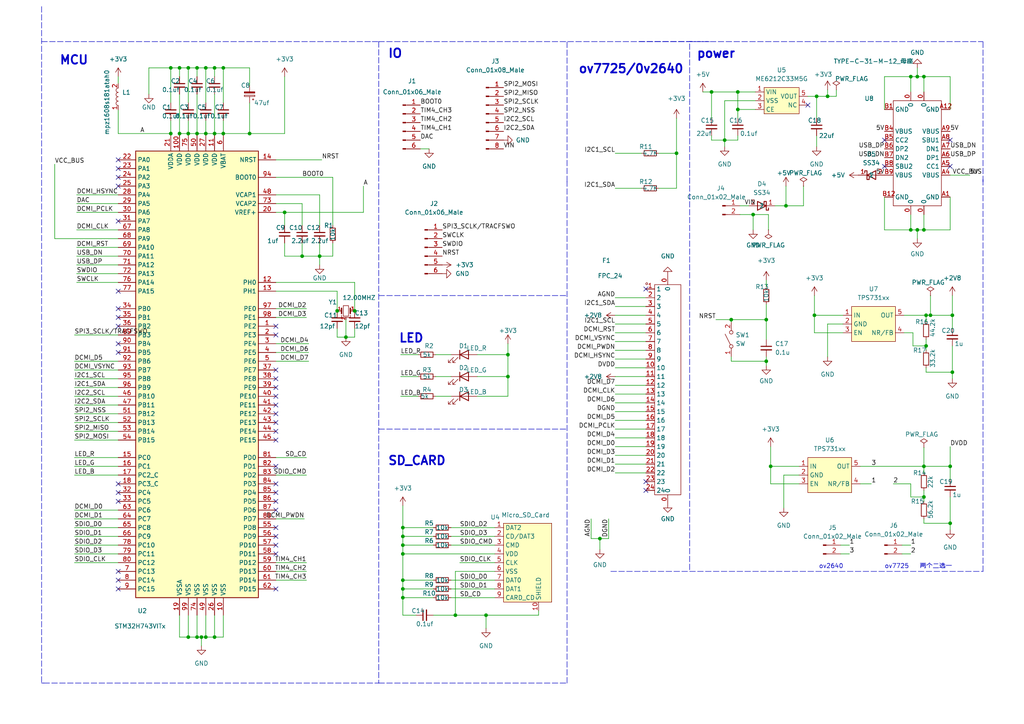
<source format=kicad_sch>
(kicad_sch (version 20210621) (generator eeschema)
  (paper "A4")
  (title_block (title "openmv4") (date "2021-08-04"))
  (junction (at 49.53 19.685) (diameter 0.9144))
  (junction (at 49.53 38.735) (diameter 0.9144))
  (junction (at 52.07 19.685) (diameter 0.9144))
  (junction (at 52.07 38.735))
  (junction (at 54.61 19.685) (diameter 0.9144))
  (junction (at 54.61 38.735))
  (junction (at 54.61 184.785) (diameter 0.9144))
  (junction (at 57.15 19.685) (diameter 0.9144))
  (junction (at 57.15 38.735) (diameter 0.9144))
  (junction (at 57.15 184.785) (diameter 0.9144))
  (junction (at 58.42 184.785) (diameter 0.9144))
  (junction (at 59.69 19.685) (diameter 0.9144))
  (junction (at 59.69 38.735) (diameter 0.9144))
  (junction (at 59.69 184.785) (diameter 0.9144))
  (junction (at 62.23 19.685) (diameter 0.9144))
  (junction (at 62.23 38.735) (diameter 0.9144))
  (junction (at 62.23 184.785) (diameter 0.9144))
  (junction (at 64.77 19.685) (diameter 0.9144))
  (junction (at 64.77 38.735) (diameter 0.9144))
  (junction (at 72.39 38.735) (diameter 0.9144))
  (junction (at 82.55 61.595) (diameter 0.9144))
  (junction (at 87.63 74.295) (diameter 0.9144))
  (junction (at 92.71 74.295) (diameter 0.9144))
  (junction (at 97.79 90.17) (diameter 0.9144))
  (junction (at 100.33 97.79) (diameter 0.9144))
  (junction (at 102.87 90.17) (diameter 0.9144))
  (junction (at 116.84 153.035))
  (junction (at 116.84 155.575))
  (junction (at 116.84 158.115))
  (junction (at 116.84 160.655))
  (junction (at 116.84 168.275))
  (junction (at 116.84 170.815))
  (junction (at 116.84 173.355))
  (junction (at 132.08 178.435))
  (junction (at 140.97 178.435))
  (junction (at 147.32 102.87) (diameter 0.9144))
  (junction (at 147.32 109.22) (diameter 0.9144))
  (junction (at 173.99 156.21))
  (junction (at 196.215 44.45))
  (junction (at 206.375 26.67) (diameter 0.9144))
  (junction (at 210.185 40.64) (diameter 0.9144))
  (junction (at 212.09 92.71))
  (junction (at 213.995 26.67) (diameter 0.9144))
  (junction (at 213.995 31.75) (diameter 0.9144))
  (junction (at 218.44 62.23))
  (junction (at 222.25 92.71))
  (junction (at 222.25 104.775))
  (junction (at 223.52 135.255))
  (junction (at 227.965 59.69))
  (junction (at 236.22 91.44))
  (junction (at 236.855 27.94) (diameter 0.9144))
  (junction (at 240.03 27.94))
  (junction (at 264.16 22.225))
  (junction (at 264.16 66.675))
  (junction (at 266.065 22.225))
  (junction (at 266.065 66.675))
  (junction (at 267.97 22.225))
  (junction (at 267.97 66.675))
  (junction (at 267.97 135.255))
  (junction (at 267.97 144.145))
  (junction (at 268.605 91.44))
  (junction (at 268.605 100.33))
  (junction (at 269.875 91.44))
  (junction (at 275.59 135.255))
  (junction (at 275.59 151.765))
  (junction (at 276.225 91.44))
  (junction (at 276.225 107.95))
  (no_connect (at 34.29 46.355))
  (no_connect (at 34.29 48.895))
  (no_connect (at 34.29 51.435))
  (no_connect (at 34.29 53.975))
  (no_connect (at 34.29 64.135))
  (no_connect (at 34.29 84.455))
  (no_connect (at 34.29 89.535))
  (no_connect (at 34.29 92.075))
  (no_connect (at 34.29 94.615))
  (no_connect (at 34.29 99.695))
  (no_connect (at 34.29 102.235))
  (no_connect (at 34.29 140.335))
  (no_connect (at 34.29 142.875))
  (no_connect (at 34.29 145.415))
  (no_connect (at 34.29 165.735))
  (no_connect (at 34.29 168.275))
  (no_connect (at 34.29 170.815))
  (no_connect (at 80.01 94.615))
  (no_connect (at 80.01 97.155))
  (no_connect (at 80.01 107.315))
  (no_connect (at 80.01 109.855))
  (no_connect (at 80.01 112.395))
  (no_connect (at 80.01 114.935))
  (no_connect (at 80.01 117.475))
  (no_connect (at 80.01 120.015))
  (no_connect (at 80.01 122.555))
  (no_connect (at 80.01 125.095))
  (no_connect (at 80.01 127.635))
  (no_connect (at 80.01 135.255))
  (no_connect (at 80.01 140.335))
  (no_connect (at 80.01 142.875))
  (no_connect (at 80.01 145.415))
  (no_connect (at 80.01 147.955))
  (no_connect (at 80.01 153.035))
  (no_connect (at 80.01 155.575))
  (no_connect (at 80.01 158.115))
  (no_connect (at 80.01 160.655))
  (no_connect (at 80.01 170.815))
  (no_connect (at 187.325 83.82))
  (no_connect (at 187.325 139.7))
  (no_connect (at 187.325 142.24))
  (no_connect (at 234.315 30.48))
  (no_connect (at 256.54 40.64))
  (no_connect (at 256.54 48.26))
  (no_connect (at 275.59 40.64))
  (no_connect (at 275.59 48.26))
  (wire (pts (xy 15.875 47.625) (xy 15.875 69.215)))
  (wire (pts (xy 21.59 97.155) (xy 34.29 97.155)))
  (wire (pts (xy 21.59 104.775) (xy 34.29 104.775)))
  (wire (pts (xy 21.59 107.315) (xy 34.29 107.315)))
  (wire (pts (xy 21.59 109.855) (xy 34.29 109.855)))
  (wire (pts (xy 21.59 112.395) (xy 34.29 112.395)))
  (wire (pts (xy 21.59 114.935) (xy 34.29 114.935)))
  (wire (pts (xy 21.59 117.475) (xy 34.29 117.475)))
  (wire (pts (xy 21.59 120.015) (xy 34.29 120.015)))
  (wire (pts (xy 21.59 122.555) (xy 34.29 122.555)))
  (wire (pts (xy 21.59 125.095) (xy 34.29 125.095)))
  (wire (pts (xy 21.59 127.635) (xy 34.29 127.635)))
  (wire (pts (xy 21.59 132.715) (xy 34.29 132.715)))
  (wire (pts (xy 21.59 135.255) (xy 34.29 135.255)))
  (wire (pts (xy 21.59 137.795) (xy 34.29 137.795)))
  (wire (pts (xy 21.59 147.955) (xy 34.29 147.955)))
  (wire (pts (xy 21.59 150.495) (xy 34.29 150.495)))
  (wire (pts (xy 21.59 153.035) (xy 34.29 153.035)))
  (wire (pts (xy 21.59 160.655) (xy 34.29 160.655)))
  (wire (pts (xy 21.59 163.195) (xy 34.29 163.195)))
  (wire (pts (xy 22.225 56.515) (xy 34.29 56.515)))
  (wire (pts (xy 22.225 59.055) (xy 34.29 59.055)))
  (wire (pts (xy 22.225 61.595) (xy 34.29 61.595)))
  (wire (pts (xy 22.225 66.675) (xy 34.29 66.675)))
  (wire (pts (xy 22.225 71.755) (xy 34.29 71.755)))
  (wire (pts (xy 22.225 74.295) (xy 34.29 74.295)))
  (wire (pts (xy 22.225 76.835) (xy 34.29 76.835)))
  (wire (pts (xy 22.225 79.375) (xy 34.29 79.375)))
  (wire (pts (xy 22.225 81.915) (xy 34.29 81.915)))
  (wire (pts (xy 34.29 22.225) (xy 34.29 24.257)))
  (wire (pts (xy 34.29 31.877) (xy 34.29 38.735)))
  (wire (pts (xy 34.29 38.735) (xy 49.53 38.735)))
  (wire (pts (xy 34.29 69.215) (xy 15.875 69.215)))
  (wire (pts (xy 34.29 155.575) (xy 21.59 155.575)))
  (wire (pts (xy 34.29 158.115) (xy 21.59 158.115)))
  (wire (pts (xy 43.18 19.685) (xy 43.18 27.305)))
  (wire (pts (xy 43.18 19.685) (xy 49.53 19.685)))
  (wire (pts (xy 49.53 19.685) (xy 49.53 29.845)))
  (wire (pts (xy 49.53 19.685) (xy 52.07 19.685)))
  (wire (pts (xy 49.53 34.925) (xy 49.53 38.735)))
  (wire (pts (xy 52.07 19.685) (xy 52.07 22.225)))
  (wire (pts (xy 52.07 19.685) (xy 54.61 19.685)))
  (wire (pts (xy 52.07 27.305) (xy 52.07 38.735)))
  (wire (pts (xy 52.07 38.735) (xy 54.61 38.735)))
  (wire (pts (xy 52.07 178.435) (xy 52.07 184.785)))
  (wire (pts (xy 52.07 184.785) (xy 54.61 184.785)))
  (wire (pts (xy 54.61 19.685) (xy 54.61 29.845)))
  (wire (pts (xy 54.61 19.685) (xy 57.15 19.685)))
  (wire (pts (xy 54.61 34.925) (xy 54.61 38.735)))
  (wire (pts (xy 54.61 178.435) (xy 54.61 184.785)))
  (wire (pts (xy 54.61 184.785) (xy 57.15 184.785)))
  (wire (pts (xy 57.15 19.685) (xy 57.15 22.225)))
  (wire (pts (xy 57.15 19.685) (xy 59.69 19.685)))
  (wire (pts (xy 57.15 27.305) (xy 57.15 38.735)))
  (wire (pts (xy 57.15 38.735) (xy 54.61 38.735)))
  (wire (pts (xy 57.15 178.435) (xy 57.15 184.785)))
  (wire (pts (xy 57.15 184.785) (xy 58.42 184.785)))
  (wire (pts (xy 58.42 184.785) (xy 58.42 187.325)))
  (wire (pts (xy 58.42 184.785) (xy 59.69 184.785)))
  (wire (pts (xy 59.69 19.685) (xy 59.69 29.845)))
  (wire (pts (xy 59.69 19.685) (xy 62.23 19.685)))
  (wire (pts (xy 59.69 34.925) (xy 59.69 38.735)))
  (wire (pts (xy 59.69 38.735) (xy 57.15 38.735)))
  (wire (pts (xy 59.69 178.435) (xy 59.69 184.785)))
  (wire (pts (xy 59.69 184.785) (xy 62.23 184.785)))
  (wire (pts (xy 62.23 19.685) (xy 62.23 22.225)))
  (wire (pts (xy 62.23 19.685) (xy 64.77 19.685)))
  (wire (pts (xy 62.23 27.305) (xy 62.23 38.735)))
  (wire (pts (xy 62.23 38.735) (xy 59.69 38.735)))
  (wire (pts (xy 62.23 178.435) (xy 62.23 184.785)))
  (wire (pts (xy 62.23 184.785) (xy 64.77 184.785)))
  (wire (pts (xy 64.77 19.685) (xy 72.39 19.685)))
  (wire (pts (xy 64.77 29.845) (xy 64.77 19.685)))
  (wire (pts (xy 64.77 34.925) (xy 64.77 38.735)))
  (wire (pts (xy 64.77 38.735) (xy 62.23 38.735)))
  (wire (pts (xy 64.77 38.735) (xy 72.39 38.735)))
  (wire (pts (xy 64.77 184.785) (xy 64.77 178.435)))
  (wire (pts (xy 72.39 19.685) (xy 72.39 24.765)))
  (wire (pts (xy 72.39 29.845) (xy 72.39 38.735)))
  (wire (pts (xy 72.39 38.735) (xy 82.55 38.735)))
  (wire (pts (xy 80.01 46.355) (xy 93.345 46.355)))
  (wire (pts (xy 80.01 51.435) (xy 96.52 51.435)))
  (wire (pts (xy 80.01 56.515) (xy 92.71 56.515)))
  (wire (pts (xy 80.01 59.055) (xy 87.63 59.055)))
  (wire (pts (xy 80.01 61.595) (xy 82.55 61.595)))
  (wire (pts (xy 80.01 81.915) (xy 102.87 81.915)))
  (wire (pts (xy 80.01 84.455) (xy 97.79 84.455)))
  (wire (pts (xy 80.01 89.535) (xy 88.9 89.535)))
  (wire (pts (xy 80.01 92.075) (xy 88.9 92.075)))
  (wire (pts (xy 80.01 99.695) (xy 89.535 99.695)))
  (wire (pts (xy 80.01 102.235) (xy 89.535 102.235)))
  (wire (pts (xy 80.01 104.775) (xy 89.535 104.775)))
  (wire (pts (xy 80.01 132.715) (xy 88.9 132.715)))
  (wire (pts (xy 80.01 137.795) (xy 88.9 137.795)))
  (wire (pts (xy 80.01 150.495) (xy 88.265 150.495)))
  (wire (pts (xy 80.01 163.195) (xy 88.9 163.195)))
  (wire (pts (xy 80.01 165.735) (xy 88.9 165.735)))
  (wire (pts (xy 80.01 168.275) (xy 88.9 168.275)))
  (wire (pts (xy 82.55 22.225) (xy 82.55 38.735)))
  (wire (pts (xy 82.55 61.595) (xy 82.55 65.405)))
  (wire (pts (xy 82.55 61.595) (xy 105.41 61.595)))
  (wire (pts (xy 82.55 70.485) (xy 82.55 74.295)))
  (wire (pts (xy 82.55 74.295) (xy 87.63 74.295)))
  (wire (pts (xy 87.63 59.055) (xy 87.63 65.405)))
  (wire (pts (xy 87.63 70.485) (xy 87.63 74.295)))
  (wire (pts (xy 87.63 74.295) (xy 92.71 74.295)))
  (wire (pts (xy 92.71 56.515) (xy 92.71 65.405)))
  (wire (pts (xy 92.71 70.485) (xy 92.71 74.295)))
  (wire (pts (xy 92.71 74.295) (xy 92.71 76.835)))
  (wire (pts (xy 96.52 51.435) (xy 96.52 65.405)))
  (wire (pts (xy 96.52 70.485) (xy 96.52 74.295)))
  (wire (pts (xy 96.52 74.295) (xy 92.71 74.295)))
  (wire (pts (xy 97.79 84.455) (xy 97.79 90.17)))
  (wire (pts (xy 97.79 97.79) (xy 97.79 95.25)))
  (wire (pts (xy 100.33 92.71) (xy 100.33 97.79)))
  (wire (pts (xy 100.33 97.79) (xy 97.79 97.79)))
  (wire (pts (xy 100.33 97.79) (xy 102.87 97.79)))
  (wire (pts (xy 102.87 81.915) (xy 102.87 90.17)))
  (wire (pts (xy 102.87 97.79) (xy 102.87 95.25)))
  (wire (pts (xy 105.41 61.595) (xy 105.41 53.975)))
  (wire (pts (xy 116.205 102.87) (xy 121.285 102.87)))
  (wire (pts (xy 116.205 109.22) (xy 121.285 109.22)))
  (wire (pts (xy 116.84 146.685) (xy 116.84 153.035)))
  (wire (pts (xy 116.84 153.035) (xy 116.84 155.575)))
  (wire (pts (xy 116.84 153.035) (xy 125.73 153.035)))
  (wire (pts (xy 116.84 155.575) (xy 116.84 158.115)))
  (wire (pts (xy 116.84 155.575) (xy 125.73 155.575)))
  (wire (pts (xy 116.84 158.115) (xy 116.84 160.655)))
  (wire (pts (xy 116.84 158.115) (xy 125.73 158.115)))
  (wire (pts (xy 116.84 168.275) (xy 116.84 160.655)))
  (wire (pts (xy 116.84 170.815) (xy 116.84 168.275)))
  (wire (pts (xy 116.84 170.815) (xy 116.84 173.355)))
  (wire (pts (xy 116.84 173.355) (xy 116.84 178.435)))
  (wire (pts (xy 116.84 178.435) (xy 120.65 178.435)))
  (wire (pts (xy 121.285 114.935) (xy 116.205 114.935)))
  (wire (pts (xy 121.92 43.18) (xy 124.46 43.18)))
  (wire (pts (xy 125.73 168.275) (xy 116.84 168.275)))
  (wire (pts (xy 125.73 170.815) (xy 116.84 170.815)))
  (wire (pts (xy 125.73 173.355) (xy 116.84 173.355)))
  (wire (pts (xy 125.73 178.435) (xy 132.08 178.435)))
  (wire (pts (xy 126.365 102.87) (xy 130.81 102.87)))
  (wire (pts (xy 126.365 109.22) (xy 130.81 109.22)))
  (wire (pts (xy 126.365 114.935) (xy 130.81 114.935)))
  (wire (pts (xy 130.81 153.035) (xy 143.51 153.035)))
  (wire (pts (xy 130.81 155.575) (xy 143.51 155.575)))
  (wire (pts (xy 130.81 158.115) (xy 143.51 158.115)))
  (wire (pts (xy 132.08 165.735) (xy 132.08 178.435)))
  (wire (pts (xy 132.08 178.435) (xy 140.97 178.435)))
  (wire (pts (xy 133.35 163.195) (xy 143.51 163.195)))
  (wire (pts (xy 138.43 102.87) (xy 147.32 102.87)))
  (wire (pts (xy 138.43 109.22) (xy 147.32 109.22)))
  (wire (pts (xy 138.43 114.935) (xy 147.32 114.935)))
  (wire (pts (xy 140.97 178.435) (xy 140.97 182.245)))
  (wire (pts (xy 140.97 178.435) (xy 156.21 178.435)))
  (wire (pts (xy 143.51 160.655) (xy 116.84 160.655)))
  (wire (pts (xy 143.51 165.735) (xy 132.08 165.735)))
  (wire (pts (xy 143.51 168.275) (xy 130.81 168.275)))
  (wire (pts (xy 143.51 170.815) (xy 130.81 170.815)))
  (wire (pts (xy 143.51 173.355) (xy 130.81 173.355)))
  (wire (pts (xy 147.32 99.695) (xy 147.32 102.87)))
  (wire (pts (xy 147.32 102.87) (xy 147.32 109.22)))
  (wire (pts (xy 147.32 109.22) (xy 147.32 114.935)))
  (wire (pts (xy 156.21 177.165) (xy 156.21 178.435)))
  (wire (pts (xy 171.45 150.495) (xy 171.45 156.21)))
  (wire (pts (xy 171.45 156.21) (xy 173.99 156.21)))
  (wire (pts (xy 173.99 156.21) (xy 173.99 159.385)))
  (wire (pts (xy 176.53 150.495) (xy 176.53 156.21)))
  (wire (pts (xy 176.53 156.21) (xy 173.99 156.21)))
  (wire (pts (xy 178.435 44.45) (xy 186.055 44.45)))
  (wire (pts (xy 178.435 54.61) (xy 186.055 54.61)))
  (wire (pts (xy 178.435 86.36) (xy 187.325 86.36)))
  (wire (pts (xy 178.435 88.9) (xy 187.325 88.9)))
  (wire (pts (xy 178.435 91.44) (xy 187.325 91.44)))
  (wire (pts (xy 178.435 93.98) (xy 187.325 93.98)))
  (wire (pts (xy 178.435 96.52) (xy 187.325 96.52)))
  (wire (pts (xy 178.435 99.06) (xy 187.325 99.06)))
  (wire (pts (xy 178.435 101.6) (xy 187.325 101.6)))
  (wire (pts (xy 178.435 104.14) (xy 187.325 104.14)))
  (wire (pts (xy 178.435 106.68) (xy 187.325 106.68)))
  (wire (pts (xy 178.435 109.22) (xy 187.325 109.22)))
  (wire (pts (xy 178.435 111.76) (xy 187.325 111.76)))
  (wire (pts (xy 178.435 114.3) (xy 187.325 114.3)))
  (wire (pts (xy 178.435 116.84) (xy 187.325 116.84)))
  (wire (pts (xy 178.435 119.38) (xy 187.325 119.38)))
  (wire (pts (xy 178.435 121.92) (xy 187.325 121.92)))
  (wire (pts (xy 178.435 124.46) (xy 187.325 124.46)))
  (wire (pts (xy 178.435 127) (xy 187.325 127)))
  (wire (pts (xy 178.435 132.08) (xy 187.325 132.08)))
  (wire (pts (xy 178.435 134.62) (xy 187.325 134.62)))
  (wire (pts (xy 178.435 137.16) (xy 187.325 137.16)))
  (wire (pts (xy 187.325 129.54) (xy 178.435 129.54)))
  (wire (pts (xy 191.135 44.45) (xy 196.215 44.45)))
  (wire (pts (xy 191.135 54.61) (xy 196.215 54.61)))
  (wire (pts (xy 196.215 34.29) (xy 196.215 44.45)))
  (wire (pts (xy 196.215 44.45) (xy 196.215 54.61)))
  (wire (pts (xy 203.835 26.67) (xy 206.375 26.67)))
  (wire (pts (xy 206.375 26.67) (xy 213.995 26.67)))
  (wire (pts (xy 206.375 34.29) (xy 206.375 26.67)))
  (wire (pts (xy 206.375 39.37) (xy 206.375 40.64)))
  (wire (pts (xy 206.375 40.64) (xy 210.185 40.64)))
  (wire (pts (xy 207.645 92.71) (xy 212.09 92.71)))
  (wire (pts (xy 210.185 29.21) (xy 210.185 40.64)))
  (wire (pts (xy 210.185 40.64) (xy 210.185 42.545)))
  (wire (pts (xy 212.09 92.71) (xy 222.25 92.71)))
  (wire (pts (xy 212.09 93.345) (xy 212.09 92.71)))
  (wire (pts (xy 212.09 104.775) (xy 212.09 103.505)))
  (wire (pts (xy 213.995 26.67) (xy 219.075 26.67)))
  (wire (pts (xy 213.995 31.75) (xy 213.995 26.67)))
  (wire (pts (xy 213.995 31.75) (xy 213.995 34.29)))
  (wire (pts (xy 213.995 39.37) (xy 213.995 40.64)))
  (wire (pts (xy 213.995 40.64) (xy 210.185 40.64)))
  (wire (pts (xy 214.63 59.69) (xy 217.17 59.69)))
  (wire (pts (xy 214.63 62.23) (xy 218.44 62.23)))
  (wire (pts (xy 218.44 62.23) (xy 218.44 66.675)))
  (wire (pts (xy 218.44 62.23) (xy 222.885 62.23)))
  (wire (pts (xy 219.075 29.21) (xy 210.185 29.21)))
  (wire (pts (xy 219.075 31.75) (xy 213.995 31.75)))
  (wire (pts (xy 222.25 81.28) (xy 222.25 83.185)))
  (wire (pts (xy 222.25 88.265) (xy 222.25 92.71)))
  (wire (pts (xy 222.25 92.71) (xy 222.25 98.425)))
  (wire (pts (xy 222.25 103.505) (xy 222.25 104.775)))
  (wire (pts (xy 222.25 104.775) (xy 212.09 104.775)))
  (wire (pts (xy 222.25 104.775) (xy 222.25 106.045)))
  (wire (pts (xy 222.885 62.23) (xy 222.885 66.675)))
  (wire (pts (xy 223.52 129.54) (xy 223.52 135.255)))
  (wire (pts (xy 223.52 140.335) (xy 223.52 135.255)))
  (wire (pts (xy 224.79 59.69) (xy 227.965 59.69)))
  (wire (pts (xy 227.33 137.795) (xy 227.33 147.32)))
  (wire (pts (xy 227.965 53.975) (xy 227.965 59.69)))
  (wire (pts (xy 231.775 135.255) (xy 223.52 135.255)))
  (wire (pts (xy 231.775 137.795) (xy 227.33 137.795)))
  (wire (pts (xy 231.775 140.335) (xy 223.52 140.335)))
  (wire (pts (xy 233.045 53.975) (xy 233.045 59.69)))
  (wire (pts (xy 233.045 59.69) (xy 227.965 59.69)))
  (wire (pts (xy 234.315 27.94) (xy 236.855 27.94)))
  (wire (pts (xy 236.22 85.725) (xy 236.22 91.44)))
  (wire (pts (xy 236.22 96.52) (xy 236.22 91.44)))
  (wire (pts (xy 236.855 27.94) (xy 236.855 34.29)))
  (wire (pts (xy 236.855 27.94) (xy 240.03 27.94)))
  (wire (pts (xy 236.855 39.37) (xy 236.855 42.545)))
  (wire (pts (xy 240.03 26.035) (xy 240.03 27.94)))
  (wire (pts (xy 240.03 27.94) (xy 242.57 27.94)))
  (wire (pts (xy 240.03 93.98) (xy 240.03 103.505)))
  (wire (pts (xy 242.57 26.035) (xy 242.57 27.94)))
  (wire (pts (xy 243.84 158.115) (xy 246.38 158.115)))
  (wire (pts (xy 243.84 160.655) (xy 246.38 160.655)))
  (wire (pts (xy 244.475 91.44) (xy 236.22 91.44)))
  (wire (pts (xy 244.475 93.98) (xy 240.03 93.98)))
  (wire (pts (xy 244.475 96.52) (xy 236.22 96.52)))
  (wire (pts (xy 249.555 135.255) (xy 267.97 135.255)))
  (wire (pts (xy 249.555 140.335) (xy 252.73 140.335)))
  (wire (pts (xy 256.54 22.225) (xy 264.16 22.225)))
  (wire (pts (xy 256.54 31.75) (xy 256.54 22.225)))
  (wire (pts (xy 256.54 57.15) (xy 256.54 66.675)))
  (wire (pts (xy 256.54 66.675) (xy 264.16 66.675)))
  (wire (pts (xy 259.08 140.335) (xy 264.16 140.335)))
  (wire (pts (xy 261.62 158.115) (xy 264.16 158.115)))
  (wire (pts (xy 261.62 160.655) (xy 264.16 160.655)))
  (wire (pts (xy 262.255 91.44) (xy 268.605 91.44)))
  (wire (pts (xy 262.255 96.52) (xy 264.795 96.52)))
  (wire (pts (xy 264.16 22.225) (xy 266.065 22.225)))
  (wire (pts (xy 264.16 26.67) (xy 264.16 22.225)))
  (wire (pts (xy 264.16 62.23) (xy 264.16 66.675)))
  (wire (pts (xy 264.16 66.675) (xy 266.065 66.675)))
  (wire (pts (xy 264.16 140.335) (xy 264.16 144.145)))
  (wire (pts (xy 264.16 144.145) (xy 267.97 144.145)))
  (wire (pts (xy 264.795 96.52) (xy 264.795 100.33)))
  (wire (pts (xy 264.795 100.33) (xy 268.605 100.33)))
  (wire (pts (xy 266.065 22.225) (xy 266.065 19.685)))
  (wire (pts (xy 266.065 66.675) (xy 266.065 69.215)))
  (wire (pts (xy 267.97 22.225) (xy 266.065 22.225)))
  (wire (pts (xy 267.97 26.67) (xy 267.97 22.225)))
  (wire (pts (xy 267.97 62.23) (xy 267.97 66.675)))
  (wire (pts (xy 267.97 66.675) (xy 266.065 66.675)))
  (wire (pts (xy 267.97 129.794) (xy 267.97 135.255)))
  (wire (pts (xy 267.97 135.255) (xy 267.97 137.16)))
  (wire (pts (xy 267.97 135.255) (xy 275.59 135.255)))
  (wire (pts (xy 267.97 142.24) (xy 267.97 144.145)))
  (wire (pts (xy 267.97 144.145) (xy 267.97 145.415)))
  (wire (pts (xy 267.97 150.495) (xy 267.97 151.765)))
  (wire (pts (xy 267.97 151.765) (xy 275.59 151.765)))
  (wire (pts (xy 268.605 91.44) (xy 268.605 93.345)))
  (wire (pts (xy 268.605 91.44) (xy 269.875 91.44)))
  (wire (pts (xy 268.605 98.425) (xy 268.605 100.33)))
  (wire (pts (xy 268.605 100.33) (xy 268.605 101.6)))
  (wire (pts (xy 268.605 106.68) (xy 268.605 107.95)))
  (wire (pts (xy 268.605 107.95) (xy 276.225 107.95)))
  (wire (pts (xy 269.875 85.725) (xy 269.875 91.44)))
  (wire (pts (xy 269.875 91.44) (xy 276.225 91.44)))
  (wire (pts (xy 275.59 22.225) (xy 267.97 22.225)))
  (wire (pts (xy 275.59 31.75) (xy 275.59 22.225)))
  (wire (pts (xy 275.59 57.15) (xy 275.59 66.675)))
  (wire (pts (xy 275.59 66.675) (xy 267.97 66.675)))
  (wire (pts (xy 275.59 129.54) (xy 275.59 135.255)))
  (wire (pts (xy 275.59 139.065) (xy 275.59 135.255)))
  (wire (pts (xy 275.59 151.765) (xy 275.59 144.145)))
  (wire (pts (xy 275.59 151.765) (xy 275.59 153.67)))
  (wire (pts (xy 276.225 85.725) (xy 276.225 91.44)))
  (wire (pts (xy 276.225 95.25) (xy 276.225 91.44)))
  (wire (pts (xy 276.225 107.95) (xy 276.225 100.33)))
  (wire (pts (xy 276.225 107.95) (xy 276.225 109.855)))
  (wire (pts (xy 281.305 50.8) (xy 275.59 50.8)))
  (polyline (pts (xy 12.065 1.905) (xy 12.065 198.12)) (stroke (width 0) (type dash)))
  (polyline (pts (xy 12.065 12.065) (xy 107.95 12.065)) (stroke (width 0) (type dash)))
  (polyline (pts (xy 12.065 198.12) (xy 12.7 198.12)) (stroke (width 0) (type dash)))
  (polyline (pts (xy 12.7 198.12) (xy 109.855 198.12)) (stroke (width 0) (type dash)))
  (polyline (pts (xy 107.95 12.065) (xy 109.855 12.065)) (stroke (width 0) (type dash)))
  (polyline (pts (xy 109.855 12.065) (xy 109.855 198.12)) (stroke (width 0) (type dash)))
  (polyline (pts (xy 109.855 85.725) (xy 164.465 85.725)) (stroke (width 0) (type dash)))
  (polyline (pts (xy 109.855 124.46) (xy 164.465 124.46)) (stroke (width 0) (type dash)))
  (polyline (pts (xy 109.855 198.12) (xy 164.465 198.12)) (stroke (width 0) (type dash)))
  (polyline (pts (xy 164.465 52.705) (xy 164.465 12.065)) (stroke (width 0) (type dash)))
  (polyline (pts (xy 164.465 198.12) (xy 164.465 52.705)) (stroke (width 0) (type dash)))
  (polyline (pts (xy 177.165 165.735) (xy 285.115 165.735)) (stroke (width 0) (type dash)))
  (polyline (pts (xy 185.42 12.065) (xy 285.115 12.065)) (stroke (width 0) (type dash)))
  (polyline (pts (xy 200.025 12.065) (xy 205.74 12.065)) (stroke (width 0) (type dash)))
  (polyline (pts (xy 200.025 12.7) (xy 200.025 165.735)) (stroke (width 0) (type dash)))
  (polyline (pts (xy 200.66 12.065) (xy 109.855 12.065)) (stroke (width 0) (type dash)))
  (polyline (pts (xy 285.115 52.07) (xy 285.115 165.735)) (stroke (width 0) (type dash)))
  (polyline (pts (xy 285.115 52.705) (xy 285.115 12.065)) (stroke (width 0) (type dash)))
  (text "MCU" (at 17.145 19.05 0) (effects (font (size 2.5 2.5) (thickness 0.5) bold) (justify left bottom)))
  (text "IO" (at 112.395 17.145 0) (effects (font (size 2.5 2.5) (thickness 0.5) bold) (justify left bottom)))
  (text "SD_CARD" (at 112.395 135.255 0) (effects (font (size 2.5 2.5) (thickness 0.5) bold) (justify left bottom)))
  (text "LED" (at 115.57 99.695 0) (effects (font (size 2.5 2.5) (thickness 0.5) bold) (justify left bottom)))
  (text "ov7725/0v2640" (at 167.64 21.59 0) (effects (font (size 2.5 2.5) (thickness 0.5) bold) (justify left bottom)))
  (text "power" (at 201.93 17.145 0) (effects (font (size 2.5 2.5) (thickness 0.5) bold) (justify left bottom)))
  (text "ov2640" (at 237.49 165.1 0) (effects (font (size 1.27 1.27)) (justify left bottom)))
  (text "ov7725" (at 256.54 165.1 0) (effects (font (size 1.27 1.27)) (justify left bottom)))
  (text "两个二选一" (at 266.7 165.1 0) (effects (font (size 1.27 1.27)) (justify left bottom)))
  (label "VCC_BUS" (at 15.875 47.625 0))
  (label "SPI3_SCLK{slash}TRACFSWO" (at 21.59 97.155 0))
  (label "DCMI_D5" (at 21.59 104.775 0))
  (label "DCMI_VSYNC" (at 21.59 107.315 0))
  (label "I2C1_SCL" (at 21.59 109.855 0))
  (label "I2C1_SDA" (at 21.59 112.395 0))
  (label "I2C2_SCL" (at 21.59 114.935 0))
  (label "I2C2_SDA" (at 21.59 117.475 0))
  (label "SPI2_NSS" (at 21.59 120.015 0))
  (label "SPI2_SCLK" (at 21.59 122.555 0))
  (label "SPI2_MISO" (at 21.59 125.095 0))
  (label "SPI2_MOSI" (at 21.59 127.635 0))
  (label "LED_R" (at 21.59 132.715 0))
  (label "LED_G" (at 21.59 135.255 0))
  (label "LED_B" (at 21.59 137.795 0))
  (label "DCMI_D0" (at 21.59 147.955 0))
  (label "DCMI_D1" (at 21.59 150.495 0))
  (label "SDIO_D0" (at 21.59 153.035 0))
  (label "SDIO_D1" (at 21.59 155.575 0))
  (label "SDIO_D2" (at 21.59 158.115 0))
  (label "SDIO_D3" (at 21.59 160.655 0))
  (label "SDIO_CLK" (at 21.59 163.195 0))
  (label "DCMI_HSYNC" (at 22.225 56.515 0))
  (label "DAC" (at 22.225 59.055 0))
  (label "DCMI_PCLK" (at 22.225 61.595 0))
  (label "DCMI_CLK" (at 22.225 66.675 0))
  (label "DCMI_RST" (at 22.225 71.755 0))
  (label "USB_DN" (at 22.225 74.295 0))
  (label "USB_DP" (at 22.225 76.835 0))
  (label "SWDIO" (at 22.225 79.375 0))
  (label "SWCLK" (at 22.225 81.915 0))
  (label "A" (at 40.64 38.735 0))
  (label "BOOT0" (at 87.63 51.435 0))
  (label "DCMI_PWDN" (at 88.265 150.495 180))
  (label "DCMI_D2" (at 88.9 89.535 180))
  (label "DCMI_D3" (at 88.9 92.075 180))
  (label "SD_CD" (at 88.9 132.715 180))
  (label "SDIO_CMD" (at 88.9 137.795 180))
  (label "TIM4_CH1" (at 88.9 163.195 180))
  (label "TIM4_CH2" (at 88.9 165.735 180))
  (label "TIM4_CH3" (at 88.9 168.275 180))
  (label "DCMI_D4" (at 89.535 99.695 180))
  (label "DCMI_D6" (at 89.535 102.235 180))
  (label "DCMI_D7" (at 89.535 104.775 180))
  (label "NRST" (at 93.345 46.355 0))
  (label "A" (at 105.41 53.975 0))
  (label "LED_R" (at 116.205 102.87 0))
  (label "LED_G" (at 116.205 109.22 0))
  (label "LED_B" (at 116.205 114.935 0))
  (label "BOOT0" (at 121.92 30.48 0))
  (label "TIM4_CH3" (at 121.92 33.02 0))
  (label "TIM4_CH2" (at 121.92 35.56 0))
  (label "TIM4_CH1" (at 121.92 38.1 0))
  (label "DAC" (at 121.92 40.64 0))
  (label "SPI3_SCLK{slash}TRACFSWO" (at 128.27 66.675 0))
  (label "SWCLK" (at 128.27 69.215 0))
  (label "SWDIO" (at 128.27 71.755 0))
  (label "NRST" (at 128.27 74.295 0))
  (label "SDIO_D2" (at 133.35 153.035 0))
  (label "SDIO_D3" (at 133.35 155.575 0))
  (label "SDIO_CMD" (at 133.35 158.115 0))
  (label "SDIO_CLK" (at 133.35 163.195 0))
  (label "SDIO_D0" (at 133.35 168.275 0))
  (label "SDIO_D1" (at 133.35 170.815 0))
  (label "SD_CD" (at 133.35 173.355 0))
  (label "SPI2_MOSI" (at 146.05 25.4 0))
  (label "SPI2_MISO" (at 146.05 27.94 0))
  (label "SPI2_SCLK" (at 146.05 30.48 0))
  (label "SPI2_NSS" (at 146.05 33.02 0))
  (label "I2C2_SCL" (at 146.05 35.56 0))
  (label "I2C2_SDA" (at 146.05 38.1 0))
  (label "VIN" (at 146.05 43.18 0))
  (label "AGND" (at 171.45 150.495 270))
  (label "DGND" (at 176.53 150.495 270))
  (label "I2C1_SCL" (at 178.435 44.45 180))
  (label "I2C1_SDA" (at 178.435 54.61 180))
  (label "AGND" (at 178.435 86.36 180))
  (label "I2C1_SDA" (at 178.435 88.9 180))
  (label "I2C1_SCL" (at 178.435 93.98 180))
  (label "DCMI_RST" (at 178.435 96.52 180))
  (label "DCMI_VSYNC" (at 178.435 99.06 180))
  (label "DCMI_PWDN" (at 178.435 101.6 180))
  (label "DCMI_HSYNC" (at 178.435 104.14 180))
  (label "DVDD" (at 178.435 106.68 180))
  (label "DCMI_D7" (at 178.435 111.76 180))
  (label "DCMI_CLK" (at 178.435 114.3 180))
  (label "DCMI_D6" (at 178.435 116.84 180))
  (label "DGND" (at 178.435 119.38 180))
  (label "DCMI_D5" (at 178.435 121.92 180))
  (label "DCMI_PCLK" (at 178.435 124.46 180))
  (label "DCMI_D4" (at 178.435 127 180))
  (label "DCMI_D0" (at 178.435 129.54 180))
  (label "DCMI_D3" (at 178.435 132.08 180))
  (label "DCMI_D1" (at 178.435 134.62 180))
  (label "DCMI_D2" (at 178.435 137.16 180))
  (label "NRST" (at 207.645 92.71 180))
  (label "VIN" (at 215.9 59.69 0))
  (label "1" (at 246.38 158.115 0))
  (label "3" (at 246.38 160.655 0))
  (label "3" (at 252.73 135.255 0))
  (label "1" (at 252.73 140.335 0))
  (label "5V" (at 256.54 38.1 180))
  (label "USB_DP" (at 256.54 43.18 180))
  (label "USB_DN" (at 256.54 45.72 180))
  (label "5V" (at 256.54 50.8 180))
  (label "2" (at 259.08 140.335 0))
  (label "1" (at 264.16 158.115 0))
  (label "2" (at 264.16 160.655 0))
  (label "5V" (at 275.59 38.1 0))
  (label "USB_DN" (at 275.59 43.18 0))
  (label "USB_DP" (at 275.59 45.72 0))
  (label "DVDD" (at 275.59 129.54 0))
  (label "VCC_BUS" (at 276.225 50.8 0))
  (label "5V" (at 281.305 50.8 0))
  (symbol (lib_id "power:+3.3V") (at 34.29 22.225 0) (unit 1)
    (property "Reference" "#PWR01" (effects hide))
    (property "Value" "+3.3V" (at 34.29 17.145 0))
  )
  (symbol (lib_id "power:+3.3V") (at 82.55 22.225 0) (unit 1)
    (property "Reference" "#PWR04" (effects hide))
    (property "Value" "+3.3V" (at 82.55 17.145 0))
  )
  (symbol (lib_id "power:+3.3V") (at 116.84 146.685 0) (unit 1)
    (property "Reference" "#PWR07" (effects hide))
    (property "Value" "+3.3V" (at 116.84 141.605 0))
  )
  (symbol (lib_id "power:+3.3V") (at 128.27 76.835 270) (unit 1)
    (property "Reference" "#PWR09" (effects hide))
    (property "Value" "+3.3V" (at 132.08 76.8349 90) (effects (justify left)))
  )
  (symbol (lib_id "power:+3.3V") (at 147.32 99.695 0) (unit 1)
    (property "Reference" "#PWR013" (effects hide))
    (property "Value" "+3.3V" (at 147.32 95.885 0))
  )
  (symbol (lib_id "power:+2V8") (at 178.435 91.44 90) (unit 1)
    (property "Reference" "#PWR014" (effects hide))
    (property "Value" "+2V8" (at 174.625 91.4399 90) (effects (justify left)))
  )
  (symbol (lib_id "power:+2V8") (at 178.435 109.22 90) (unit 1)
    (property "Reference" "#PWR015" (effects hide))
    (property "Value" "+2V8" (at 174.625 109.2199 90) (effects (justify left)))
  )
  (symbol (lib_id "power:+3.3V") (at 196.215 34.29 0) (unit 1)
    (property "Reference" "#PWR019" (effects hide))
    (property "Value" "+3.3V" (at 196.215 28.575 0))
  )
  (symbol (lib_id "power:+5V") (at 203.835 26.67 0) (unit 1)
    (property "Reference" "#PWR020" (effects hide))
    (property "Value" "+5V" (at 203.835 21.59 0))
  )
  (symbol (lib_id "power:+3.3V") (at 222.25 81.28 0) (unit 1)
    (property "Reference" "#PWR022" (effects hide))
    (property "Value" "+3.3V" (at 222.25 75.565 0))
  )
  (symbol (lib_id "power:+3.3V") (at 223.52 129.54 0) (unit 1)
    (property "Reference" "#PWR026" (effects hide))
    (property "Value" "+3.3V" (at 223.52 124.46 0))
  )
  (symbol (lib_id "power:+5V") (at 227.965 53.975 0) (unit 1)
    (property "Reference" "#PWR024" (effects hide))
    (property "Value" "+5V" (at 227.33 50.165 0))
  )
  (symbol (lib_id "power:+3.3V") (at 236.22 85.725 0) (unit 1)
    (property "Reference" "#PWR028" (effects hide))
    (property "Value" "+3.3V" (at 236.22 80.645 0))
  )
  (symbol (lib_id "power:+3.3V") (at 240.03 26.035 0) (unit 1)
    (property "Reference" "#PWR030" (effects hide))
    (property "Value" "+3.3V" (at 238.76 21.59 0))
  )
  (symbol (lib_id "power:+5V") (at 248.92 50.8 90) (unit 1)
    (property "Reference" "#PWR033" (effects hide))
    (property "Value" "+5V" (at 245.11 50.7999 90) (effects (justify left)))
  )
  (symbol (lib_id "power:+2V8") (at 276.225 85.725 0) (unit 1)
    (property "Reference" "#PWR039" (effects hide))
    (property "Value" "+2V8" (at 276.225 80.645 0))
  )
  (symbol (lib_id "power:PWR_FLAG") (at 222.885 66.675 180) (unit 1)
    (property "Reference" "#FLG0103" (effects hide))
    (property "Value" "PWR_FLAG" (at 222.885 71.12 0))
  )
  (symbol (lib_id "power:PWR_FLAG") (at 233.045 53.975 0) (unit 1)
    (property "Reference" "#FLG0101" (effects hide))
    (property "Value" "PWR_FLAG" (at 233.68 50.165 0))
  )
  (symbol (lib_id "power:PWR_FLAG") (at 242.57 26.035 0) (unit 1)
    (property "Reference" "#FLG0102" (effects hide))
    (property "Value" "PWR_FLAG" (at 247.015 22.86 0))
  )
  (symbol (lib_id "power:PWR_FLAG") (at 267.97 129.794 0) (unit 1)
    (property "Reference" "#FLG0105" (effects hide))
    (property "Value" "PWR_FLAG" (at 267.335 125.984 0))
  )
  (symbol (lib_id "power:PWR_FLAG") (at 269.875 85.725 0) (unit 1)
    (property "Reference" "#FLG0104" (effects hide))
    (property "Value" "PWR_FLAG" (at 269.24 81.915 0))
  )
  (symbol (lib_id "power:GND") (at 43.18 27.305 0) (unit 1)
    (property "Reference" "#PWR02" (effects hide))
    (property "Value" "GND" (at 43.18 31.115 0))
  )
  (symbol (lib_id "power:GND") (at 58.42 187.325 0) (unit 1)
    (property "Reference" "#PWR03" (effects hide))
    (property "Value" "GND" (at 58.42 192.405 0))
  )
  (symbol (lib_id "power:GND") (at 92.71 76.835 0) (unit 1)
    (property "Reference" "#PWR05" (effects hide))
    (property "Value" "GND" (at 92.71 80.645 0))
  )
  (symbol (lib_id "power:GND") (at 100.33 97.79 0) (unit 1)
    (property "Reference" "#PWR06" (effects hide))
    (property "Value" "GND" (at 100.33 102.87 0))
  )
  (symbol (lib_id "power:GND") (at 124.46 43.18 0) (unit 1)
    (property "Reference" "#PWR08" (effects hide))
    (property "Value" "GND" (at 124.46 48.26 0))
  )
  (symbol (lib_id "power:GND") (at 128.27 79.375 90) (unit 1)
    (property "Reference" "#PWR010" (effects hide))
    (property "Value" "GND" (at 132.08 79.3749 90) (effects (justify right)))
  )
  (symbol (lib_id "power:GND") (at 140.97 182.245 0) (unit 1)
    (property "Reference" "#PWR011" (effects hide))
    (property "Value" "GND" (at 140.97 187.325 0))
  )
  (symbol (lib_id "power:GND") (at 146.05 40.64 90) (unit 1)
    (property "Reference" "#PWR?" (effects hide))
    (property "Value" "GND" (at 149.606 40.6399 90) (effects (justify right)))
  )
  (symbol (lib_id "power:GND") (at 173.99 159.385 0) (unit 1)
    (property "Reference" "#PWR0101" (effects hide))
    (property "Value" "GND" (at 173.99 163.83 0))
  )
  (symbol (lib_id "power:GND") (at 193.675 80.01 180) (unit 1)
    (property "Reference" "#PWR017" (effects hide))
    (property "Value" "GND" (at 193.675 74.295 0))
  )
  (symbol (lib_id "power:GND") (at 193.675 146.05 0) (unit 1)
    (property "Reference" "#PWR018" (effects hide))
    (property "Value" "GND" (at 193.675 150.495 0))
  )
  (symbol (lib_id "power:GND") (at 210.185 42.545 0) (unit 1)
    (property "Reference" "#PWR021" (effects hide))
    (property "Value" "GND" (at 210.185 47.625 0))
  )
  (symbol (lib_id "power:GND") (at 218.44 66.675 0) (unit 1)
    (property "Reference" "#PWR025" (effects hide))
    (property "Value" "GND" (at 218.44 71.12 0))
  )
  (symbol (lib_id "power:GND") (at 222.25 106.045 0) (unit 1)
    (property "Reference" "#PWR023" (effects hide))
    (property "Value" "GND" (at 222.25 110.49 0))
  )
  (symbol (lib_id "power:GND") (at 227.33 147.32 0) (unit 1)
    (property "Reference" "#PWR027" (effects hide))
    (property "Value" "GND" (at 227.33 152.4 0))
  )
  (symbol (lib_id "power:GND") (at 236.855 42.545 0) (unit 1)
    (property "Reference" "#PWR029" (effects hide))
    (property "Value" "GND" (at 236.855 47.625 0))
  )
  (symbol (lib_id "power:GND") (at 240.03 103.505 0) (unit 1)
    (property "Reference" "#PWR031" (effects hide))
    (property "Value" "GND" (at 240.03 108.585 0))
  )
  (symbol (lib_id "power:GND") (at 266.065 19.685 180) (unit 1)
    (property "Reference" "#PWR034" (effects hide))
    (property "Value" "GND" (at 266.065 15.24 0))
  )
  (symbol (lib_id "power:GND") (at 266.065 69.215 0) (unit 1)
    (property "Reference" "#PWR035" (effects hide))
    (property "Value" "GND" (at 266.065 73.66 0))
  )
  (symbol (lib_id "power:GND") (at 275.59 153.67 0) (unit 1)
    (property "Reference" "#PWR038" (effects hide))
    (property "Value" "GND" (at 275.59 158.75 0))
  )
  (symbol (lib_id "power:GND") (at 276.225 109.855 0) (unit 1)
    (property "Reference" "#PWR040" (effects hide))
    (property "Value" "GND" (at 276.225 114.935 0))
  )
  (symbol (lib_id "My_Library:mpz1608s181atah0") (at 34.29 28.067 90) (unit 1)
    (property "Reference" "L1" (at 35.433 26.7969 90) (effects (justify right)))
    (property "Value" "mpz1608s181atah0" (at 30.988 20.1929 0) (effects (justify right)))
    (property "Footprint" "My_Library:mpz1608s181atah0" (effects hide))
  )
  (symbol (lib_id "Device:R_Small") (at 96.52 67.945 0) (unit 1)
    (property "Reference" "R1" (at 93.98 65.4049 0) (effects (justify left)))
    (property "Value" "10k" (at 96.52 69.8499 90) (effects (justify left)))
    (property "Footprint" "Resistor_SMD:R_0805_2012Metric" (effects hide))
  )
  (symbol (lib_id "Device:R_Small") (at 123.825 102.87 90) (unit 1)
    (property "Reference" "R2" (at 124.46 100.33 90))
    (property "Value" "5k" (at 123.825 102.87 90))
    (property "Footprint" "Resistor_SMD:R_0805_2012Metric" (effects hide))
  )
  (symbol (lib_id "Device:R_Small") (at 123.825 109.22 90) (unit 1)
    (property "Reference" "R3" (at 123.825 107.315 90))
    (property "Value" "5k" (at 123.825 109.22 90))
    (property "Footprint" "Resistor_SMD:R_0805_2012Metric" (effects hide))
  )
  (symbol (lib_id "Device:R_Small") (at 123.825 114.935 90) (unit 1)
    (property "Reference" "R4" (at 123.825 113.03 90))
    (property "Value" "5k" (at 123.19 114.935 90))
    (property "Footprint" "Resistor_SMD:R_0805_2012Metric" (effects hide))
  )
  (symbol (lib_id "Device:R_Small") (at 128.27 153.035 90) (unit 1)
    (property "Reference" "R5" (at 124.46 151.765 90))
    (property "Value" "10k" (at 128.27 153.035 90))
    (property "Footprint" "Resistor_SMD:R_0805_2012Metric" (effects hide))
  )
  (symbol (lib_id "Device:R_Small") (at 128.27 155.575 90) (unit 1)
    (property "Reference" "R6" (at 124.46 156.845 90))
    (property "Value" "10k" (at 128.27 155.575 90))
    (property "Footprint" "Resistor_SMD:R_0805_2012Metric" (effects hide))
  )
  (symbol (lib_id "Device:R_Small") (at 128.27 158.115 90) (unit 1)
    (property "Reference" "R7" (at 124.46 154.305 90))
    (property "Value" "10k" (at 128.27 158.115 90))
    (property "Footprint" "Resistor_SMD:R_0805_2012Metric" (effects hide))
  )
  (symbol (lib_id "Device:R_Small") (at 128.27 168.275 270) (unit 1)
    (property "Reference" "R8" (at 124.46 167.005 90))
    (property "Value" "10k" (at 128.27 168.275 90))
    (property "Footprint" "Resistor_SMD:R_0805_2012Metric" (effects hide))
  )
  (symbol (lib_id "Device:R_Small") (at 128.27 170.815 90) (unit 1)
    (property "Reference" "R9" (at 124.46 169.545 90))
    (property "Value" "10k" (at 128.27 170.815 90))
    (property "Footprint" "Resistor_SMD:R_0805_2012Metric" (effects hide))
  )
  (symbol (lib_id "Device:R_Small") (at 128.27 173.355 90) (unit 1)
    (property "Reference" "R10" (at 124.46 172.085 90))
    (property "Value" "10k" (at 128.27 173.355 90))
    (property "Footprint" "Resistor_SMD:R_0805_2012Metric" (effects hide))
  )
  (symbol (lib_id "Device:R_Small") (at 188.595 44.45 90) (unit 1)
    (property "Reference" "R11" (at 187.325 42.545 90))
    (property "Value" "4.7K" (at 188.595 44.45 90))
    (property "Footprint" "Resistor_SMD:R_0805_2012Metric" (effects hide))
  )
  (symbol (lib_id "Device:R_Small") (at 188.595 54.61 90) (unit 1)
    (property "Reference" "R12" (at 187.325 52.705 90))
    (property "Value" "4.7K" (at 188.595 54.61 90))
    (property "Footprint" "Resistor_SMD:R_0805_2012Metric" (effects hide))
  )
  (symbol (lib_id "Device:R_Small") (at 222.25 85.725 0) (unit 1)
    (property "Reference" "R13" (at 219.075 83.1849 0) (effects (justify left)))
    (property "Value" "10k" (at 222.25 87.6299 90) (effects (justify left)))
    (property "Footprint" "Resistor_SMD:R_0805_2012Metric" (effects hide))
  )
  (symbol (lib_id "Device:R_Small") (at 267.97 139.7 0) (unit 1)
    (property "Reference" "R14" (at 264.795 137.1599 0) (effects (justify left)))
    (property "Value" "22k" (at 269.875 141.6049 90) (effects (justify left)))
    (property "Footprint" "Resistor_SMD:R_0805_2012Metric" (effects hide))
  )
  (symbol (lib_id "Device:R_Small") (at 267.97 147.955 0) (unit 1)
    (property "Reference" "R15" (at 264.16 145.4149 0) (effects (justify left)))
    (property "Value" "56.2k" (at 269.875 150.4949 90) (effects (justify left)))
    (property "Footprint" "Resistor_SMD:R_0805_2012Metric" (effects hide))
  )
  (symbol (lib_id "Device:R_Small") (at 268.605 95.885 0) (unit 1)
    (property "Reference" "R16" (at 265.43 93.3449 0) (effects (justify left)))
    (property "Value" "44.2k" (at 270.51 97.7899 90) (effects (justify left)))
    (property "Footprint" "Resistor_SMD:R_0805_2012Metric" (effects hide))
  )
  (symbol (lib_id "Device:R_Small") (at 268.605 104.14 0) (unit 1)
    (property "Reference" "R17" (at 264.795 101.5999 0) (effects (justify left)))
    (property "Value" "33.2k" (at 270.51 106.6799 90) (effects (justify left)))
    (property "Footprint" "Resistor_SMD:R_0805_2012Metric" (effects hide))
  )
  (symbol (lib_id "Device:C_Polarized_Small") (at 72.39 27.305 180) (unit 1)
    (property "Reference" "C8" (at 69.85 24.7649 0) (effects (justify right)))
    (property "Value" "47uf" (at 73.66 29.8449 0) (effects (justify right)))
    (property "Footprint" "Capacitor_SMD:C_0805_2012Metric" (effects hide))
  )
  (symbol (lib_id "Connector:Conn_01x02_Male") (at 209.55 59.69 0) (unit 1)
    (property "Reference" "J4" (at 209.0674 54.61 0))
    (property "Value" "Conn_01x02_Male" (at 207.7974 57.15 0))
    (property "Footprint" "My_Library:2p_2.54" (effects hide))
  )
  (symbol (lib_id "Connector:Conn_01x02_Male") (at 238.76 158.115 0) (unit 1)
    (property "Reference" "J5" (at 241.4524 153.035 0))
    (property "Value" "Conn_01x02_Male" (at 241.4524 155.575 0))
    (property "Footprint" "My_Library:2p_2.54" (effects hide))
  )
  (symbol (lib_id "Connector:Conn_01x02_Male") (at 256.54 158.115 0) (unit 1)
    (property "Reference" "J6" (at 259.2324 152.4 0))
    (property "Value" "Conn_01x02_Male" (at 259.2324 154.94 0))
    (property "Footprint" "My_Library:2p_2.54" (effects hide))
  )
  (symbol (lib_id "Device:C_Small") (at 49.53 32.385 0) (unit 1)
    (property "Reference" "C1" (at 46.99 31.1149 0) (effects (justify left)))
    (property "Value" "0.1uf" (at 46.99 33.6549 0) (effects (justify left)))
    (property "Footprint" "Capacitor_SMD:C_0805_2012Metric" (effects hide))
  )
  (symbol (lib_id "Device:C_Small") (at 52.07 24.765 0) (unit 1)
    (property "Reference" "C2" (at 49.53 23.4949 0) (effects (justify left)))
    (property "Value" "0.1uf" (at 46.99 26.0349 0) (effects (justify left)))
    (property "Footprint" "Capacitor_SMD:C_0805_2012Metric" (effects hide))
  )
  (symbol (lib_id "Device:C_Small") (at 54.61 32.385 0) (unit 1)
    (property "Reference" "C3" (at 52.07 31.1149 0) (effects (justify left)))
    (property "Value" "0.1uf" (at 50.8 33.6549 0) (effects (justify left)))
    (property "Footprint" "Capacitor_SMD:C_0805_2012Metric" (effects hide))
  )
  (symbol (lib_id "Device:C_Small") (at 57.15 24.765 0) (unit 1)
    (property "Reference" "C4" (at 54.61 23.4949 0) (effects (justify left)))
    (property "Value" "0.1uf" (at 53.34 26.0349 0) (effects (justify left)))
    (property "Footprint" "Capacitor_SMD:C_0805_2012Metric" (effects hide))
  )
  (symbol (lib_id "Device:C_Small") (at 59.69 32.385 0) (unit 1)
    (property "Reference" "C5" (at 57.15 31.1149 0) (effects (justify left)))
    (property "Value" "0.1uf" (at 55.88 33.6549 0) (effects (justify left)))
    (property "Footprint" "Capacitor_SMD:C_0805_2012Metric" (effects hide))
  )
  (symbol (lib_id "Device:C_Small") (at 62.23 24.765 0) (unit 1)
    (property "Reference" "C6" (at 59.69 23.4949 0) (effects (justify left)))
    (property "Value" "0.1uf" (at 59.69 26.0349 0) (effects (justify left)))
    (property "Footprint" "Capacitor_SMD:C_0805_2012Metric" (effects hide))
  )
  (symbol (lib_id "Device:C_Small") (at 64.77 32.385 0) (unit 1)
    (property "Reference" "C7" (at 62.23 31.1149 0) (effects (justify left)))
    (property "Value" "0.1uf" (at 60.96 33.6549 0) (effects (justify left)))
    (property "Footprint" "Capacitor_SMD:C_0805_2012Metric" (effects hide))
  )
  (symbol (lib_id "Device:C_Small") (at 82.55 67.945 0) (unit 1)
    (property "Reference" "C9" (at 80.01 66.0399 0) (effects (justify left)))
    (property "Value" "1uf" (at 77.47 69.8499 0) (effects (justify left)))
    (property "Footprint" "Capacitor_SMD:C_0805_2012Metric" (effects hide))
  )
  (symbol (lib_id "Device:C_Small") (at 87.63 67.945 0) (unit 1)
    (property "Reference" "C10" (at 83.82 66.0399 0) (effects (justify left)))
    (property "Value" "2.2uf" (at 84.455 69.8499 0) (effects (justify left)))
    (property "Footprint" "Capacitor_SMD:C_0805_2012Metric" (effects hide))
  )
  (symbol (lib_id "Device:C_Small") (at 92.71 67.945 0) (unit 1)
    (property "Reference" "C12" (at 88.9 66.0399 0) (effects (justify left)))
    (property "Value" "2.2uf" (at 90.17 69.8499 0) (effects (justify left)))
    (property "Footprint" "Capacitor_SMD:C_0805_2012Metric" (effects hide))
  )
  (symbol (lib_id "Device:C_Small") (at 97.79 92.71 0) (unit 1)
    (property "Reference" "C11" (at 93.98 91.4399 0) (effects (justify left)))
    (property "Value" "12pf" (at 92.71 94.6149 0) (effects (justify left)))
    (property "Footprint" "Capacitor_SMD:C_0805_2012Metric" (effects hide))
  )
  (symbol (lib_id "Device:C_Small") (at 102.87 92.71 0) (unit 1)
    (property "Reference" "C13" (at 102.87 90.8049 0) (effects (justify left)))
    (property "Value" "12pf" (at 102.87 94.6149 0) (effects (justify left)))
    (property "Footprint" "Capacitor_SMD:C_0805_2012Metric" (effects hide))
  )
  (symbol (lib_id "Device:C_Small") (at 123.19 178.435 90) (unit 1)
    (property "Reference" "C14" (at 121.285 177.165 90))
    (property "Value" "0.1uf" (at 123.19 180.975 90))
    (property "Footprint" "Capacitor_SMD:C_0805_2012Metric" (effects hide))
  )
  (symbol (lib_id "Device:C_Small") (at 206.375 36.83 0) (unit 1)
    (property "Reference" "C15" (at 203.2 34.9249 0) (effects (justify left)))
    (property "Value" "22uf" (at 201.93 38.7349 0) (effects (justify left)))
    (property "Footprint" "Capacitor_SMD:C_0805_2012Metric" (effects hide))
  )
  (symbol (lib_id "Device:C_Small") (at 213.995 36.83 0) (unit 1)
    (property "Reference" "C16" (at 211.455 34.9249 0) (effects (justify left)))
    (property "Value" "0.1uf" (at 214.63 38.7349 0) (effects (justify left)))
    (property "Footprint" "Capacitor_SMD:C_0805_2012Metric" (effects hide))
  )
  (symbol (lib_id "Device:C_Small") (at 222.25 100.965 0) (unit 1)
    (property "Reference" "C17" (at 224.79 99.6949 0) (effects (justify left)))
    (property "Value" "0.1u" (at 224.79 102.2349 0) (effects (justify left)))
    (property "Footprint" "Capacitor_SMD:C_0805_2012Metric" (effects hide))
  )
  (symbol (lib_id "Device:C_Small") (at 236.855 36.83 0) (unit 1)
    (property "Reference" "C18" (at 234.315 34.9249 0) (effects (justify left)))
    (property "Value" "22uf" (at 237.49 39.3699 0) (effects (justify left)))
    (property "Footprint" "Capacitor_SMD:C_0805_2012Metric" (effects hide))
  )
  (symbol (lib_id "Device:C_Small") (at 275.59 141.605 0) (unit 1)
    (property "Reference" "C19" (at 272.415 139.6999 0) (effects (justify left)))
    (property "Value" "1u" (at 276.225 143.5099 0) (effects (justify left)))
    (property "Footprint" "Capacitor_SMD:C_0805_2012Metric" (effects hide))
  )
  (symbol (lib_id "Device:C_Small") (at 276.225 97.79 0) (unit 1)
    (property "Reference" "C20" (at 273.05 95.8849 0) (effects (justify left)))
    (property "Value" "1u" (at 276.86 99.6949 0) (effects (justify left)))
    (property "Footprint" "Capacitor_SMD:C_0805_2012Metric" (effects hide))
  )
  (symbol (lib_id "My_Library:SS34") (at 221.107 59.563 180) (unit 1)
    (property "Reference" "D4" (at 220.98 53.34 0))
    (property "Value" "SS34" (at 220.98 55.88 0))
    (property "Footprint" "My_Library:SS34" (effects hide))
  )
  (symbol (lib_id "My_Library:SS34") (at 252.603 50.927 0) (unit 1)
    (property "Reference" "D5" (at 252.73 44.704 0))
    (property "Value" "SS34" (at 252.73 47.244 0))
    (property "Footprint" "My_Library:SS34" (effects hide))
  )
  (symbol (lib_id "My_Library:SW") (at 212.09 98.425 90) (unit 1)
    (property "Reference" "SW1" (at 213.36 97.1549 90) (effects (justify right)))
    (property "Value" "SW" (at 213.36 99.6949 90) (effects (justify right)))
    (property "Footprint" "My_Library:SW" (effects hide))
  )
  (symbol (lib_id "Device:Crystal_GND2_Small") (at 100.33 90.17 0) (unit 1)
    (property "Reference" "Y1" (at 96.52 87.63 0))
    (property "Value" "12.00MHZ" (at 104.14 86.36 0))
    (property "Footprint" "My_Library:X332512MSB4S" (effects hide))
  )
  (symbol (lib_id "Device:LED") (at 134.62 102.87 0) (unit 1)
    (property "Reference" "D1" (at 134.4295 100.33 0))
    (property "Value" "LED_R" (at 138.2395 100.965 0))
    (property "Footprint" "LED_SMD:LED_0805_2012Metric" (effects hide))
  )
  (symbol (lib_id "Device:LED") (at 134.62 109.22 0) (unit 1)
    (property "Reference" "D2" (at 134.4295 106.68 0))
    (property "Value" "LED_G" (at 138.2395 107.315 0))
    (property "Footprint" "LED_SMD:LED_0805_2012Metric" (effects hide))
  )
  (symbol (lib_id "Device:LED") (at 134.62 114.935 0) (unit 1)
    (property "Reference" "D3" (at 134.4295 113.03 0))
    (property "Value" "LED_B" (at 138.2395 113.665 0))
    (property "Footprint" "LED_SMD:LED_0805_2012Metric" (effects hide))
  )
  (symbol (lib_id "Connector:Conn_01x06_Male") (at 116.84 35.56 0) (unit 1)
    (property "Reference" "J1" (at 119.5324 23.495 0))
    (property "Value" "Conn_01x06_Male" (at 119.5324 26.67 0))
    (property "Footprint" "My_Library:6p_2.54" (effects hide))
  )
  (symbol (lib_id "Connector:Conn_01x06_Male") (at 123.19 71.755 0) (unit 1)
    (property "Reference" "J2" (at 125.8824 59.055 0))
    (property "Value" "Conn_01x06_Male" (at 125.8824 61.595 0))
    (property "Footprint" "My_Library:6p_2.54" (effects hide))
  )
  (symbol (lib_id "Connector:Conn_01x08_Male") (at 140.97 33.02 0) (unit 1)
    (property "Reference" "J3" (at 143.6624 17.78 0))
    (property "Value" "Conn_01x08_Male" (at 143.6624 20.32 0))
    (property "Footprint" "My_Library:8p_2.54" (effects hide))
  )
  (symbol (lib_id "My_Library:ME6212C33M5G") (at 226.695 29.21 0) (unit 1)
    (property "Reference" "U5" (at 226.695 20.32 0))
    (property "Value" "ME6212C33M5G" (at 226.695 22.86 0))
    (property "Footprint" "Package_TO_SOT_SMD:SOT-23-5" (effects hide))
  )
  (symbol (lib_id "My_Library:TPS731xx") (at 240.665 137.795 0) (unit 1)
    (property "Reference" "U6" (at 240.665 127.635 0))
    (property "Value" "TPS731xx" (at 240.665 130.175 0))
    (property "Footprint" "Package_TO_SOT_SMD:SOT-23-5" (effects hide))
  )
  (symbol (lib_id "My_Library:TPS731xx") (at 253.365 93.98 0) (unit 1)
    (property "Reference" "U7" (at 253.365 83.82 0))
    (property "Value" "TPS731xx" (at 253.365 86.36 0))
    (property "Footprint" "Package_TO_SOT_SMD:SOT-23-5" (effects hide))
  )
  (symbol (lib_id "My_Library:Micro_SD_Card") (at 152.4 163.195 0) (unit 1)
    (property "Reference" "U4" (at 142.24 150.0123 0) (effects (justify left)))
    (property "Value" "Micro_SD_Card" (at 145.415 149.3773 0) (effects (justify left)))
    (property "Footprint" "My_Library:Micro_SD" (effects hide))
  )
  (symbol (lib_id "My_Library:FPC_24") (at 193.675 111.76 0) (unit 1)
    (property "Reference" "F1" (at 174.625 75.5649 0) (effects (justify left)))
    (property "Value" "FPC_24" (at 173.355 80.0099 0) (effects (justify left)))
    (property "Footprint" "My_Library:FPC_24_0.5" (effects hide))
  )
  (symbol (lib_id "My_Library:TYPE-C-31-M-12_母座") (at 265.43 43.18 0) (unit 1)
    (property "Reference" "U8" (at 252.095 28.575 0))
    (property "Value" "TYPE-C-31-M-12_母座" (at 253.365 17.78 0))
    (property "Footprint" "My_Library:typec 12" (effects hide))
  )
  (symbol (lib_id "MCU_ST_STM32H7:STM32H743VITx") (at 57.15 107.315 0) (mirror y) (unit 1)
    (property "Reference" "U2" (at 41.275 177.165 0))
    (property "Value" "STM32H743VITx" (at 40.64 181.61 0))
    (property "Footprint" "Package_QFP:LQFP-100_14x14mm_P0.5mm" (effects hide))
    (property "Datasheet" "http://www.st.com/st-web-ui/static/active/en/resource/technical/document/datasheet/DM00387108.pdf" (effects hide))
  )
)
</source>
